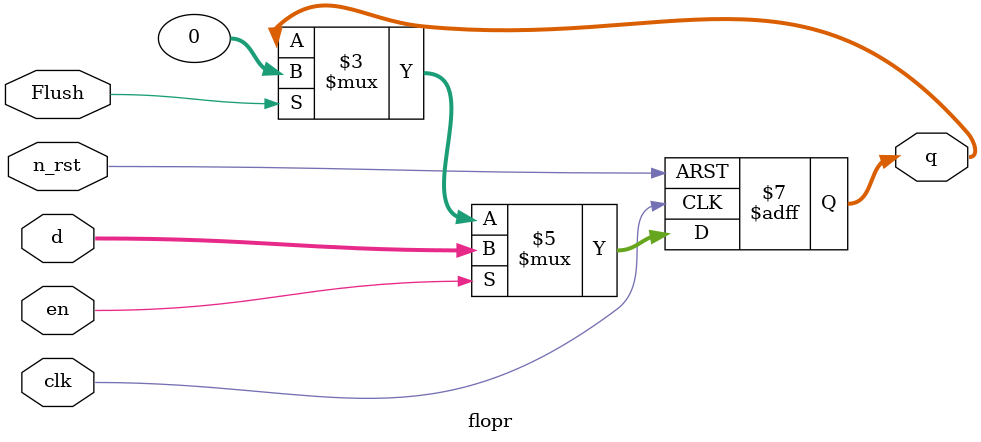
<source format=sv>
module flopr #(
    parameter WIDTH = 32,
    parameter RESET_VALUE = 0
)
(
    clk,
    n_rst,
    en,
    Flush,
    d,
    q
);
	input clk, n_rst;
    input Flush;
    input en;
    input [WIDTH-1:0] d;
    output reg [WIDTH-1:0] q;	

    always@(posedge clk or negedge n_rst) 
    begin 
        if(!n_rst) 
        begin
            q <= RESET_VALUE;
        end
        else 
        begin
            
            if(Flush)
            begin
                q <= RESET_VALUE;
            end
            
            if (en)
            begin
                q <= d;
            end
        end		
    end

endmodule

</source>
